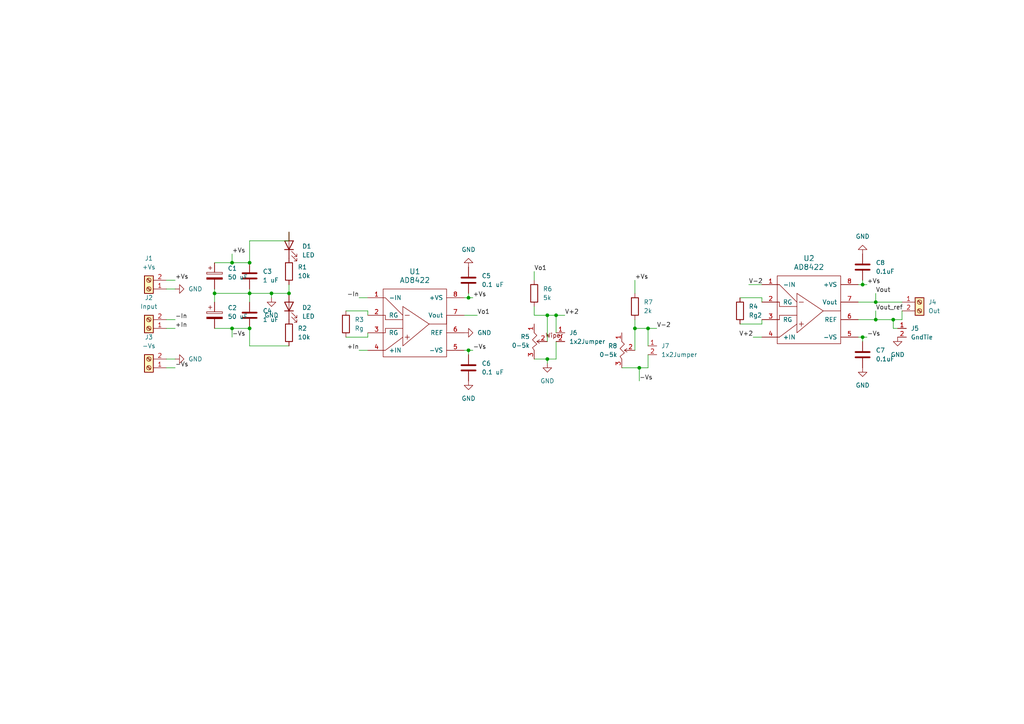
<source format=kicad_sch>
(kicad_sch (version 20230121) (generator eeschema)
  (paper "A4")
  (title_block (title "Instrumentation Gain/Offset Stage") (date "2024-07-19") (rev "1") (company "Schinder Labs"))
  (lib_symbols
    (symbol "0_amslib2_kc5:1x2Jumper" (pin_names (offset 1.016))
      (property "Reference" "J" (at 0 3.81 0))
      (property "Value" "1x2Jumper" (at 0 1.27 0))
      (symbol "1x2Jumper_1_1"
        (pin unspecified line (at -1.27 -2.54 90) (length 2.54) (name "~") (number "1"))
        (pin unspecified line (at 1.27 -2.54 90) (length 2.54) (name "~") (number "2"))
      )
    )
    (symbol "0_amslib2_kc5:AD8422" (pin_names (offset 1.016))
      (property "Reference" "U" (at -2.54 11.43 0))
      (property "Value" "AD8422" (at -2.54 6.35 0))
      (symbol "AD8422_0_1"
        (polyline (pts (xy -11.43 -7.62) (xy -6.35 -3.81)))
        (polyline (pts (xy -11.43 7.62) (xy -6.35 2.54)))
        (polyline (pts (xy -5.715 2.54) (xy -4.445 2.54)))
        (polyline (pts (xy -11.43 -2.54) (xy -11.43 -1.27) (xy -6.35 -1.27)))
        (polyline (pts (xy -11.43 2.54) (xy -11.43 1.27) (xy -6.35 1.27)))
        (polyline (pts (xy 1.27 0) (xy 6.35 0) (xy 6.35 2.54)))
        (polyline (pts (xy -6.35 5.08) (xy -6.35 -6.35) (xy 1.27 0) (xy -6.35 5.08)))
        (polyline (pts (xy -5.08 -3.175) (xy -5.08 -4.445) (xy -5.08 -3.81) (xy -5.715 -3.81) (xy -4.445 -3.81)))
        (rectangle (start 6.35 10.16) (end -12.065 -9.525))
      )
      (symbol "AD8422_1_1"
        (pin input line (at -16.51 7.62 0) (length 5.08) (name "-IN") (number "1"))
        (pin input line (at -16.51 2.54 0) (length 5.08) (name "RG") (number "2"))
        (pin input line (at -16.51 -2.54 0) (length 5.08) (name "RG") (number "3"))
        (pin input line (at -16.51 -7.62 0) (length 5.08) (name "+IN") (number "4"))
        (pin input line (at 11.43 -7.62 180) (length 5.08) (name "-VS") (number "5"))
        (pin input line (at 11.43 -2.54 180) (length 5.08) (name "REF") (number "6"))
        (pin input line (at 11.43 2.54 180) (length 5.08) (name "Vout") (number "7"))
        (pin input line (at 11.43 7.62 180) (length 5.08) (name "+VS") (number "8"))
      )
    )
    (symbol "0_amslib2_kc5:BourneTrimmerPot_TC33"
      (property "Reference" "R" (at -1.778 0.254 0))
      (symbol "BourneTrimmerPot_TC33_0_1"
        (polyline (pts (xy 0.762 0) (xy 1.524 -0.508)))
        (polyline (pts (xy 1.27 0) (xy 0.762 0) (xy 1.524 0.508)))
        (polyline (pts (xy 0 2.54) (xy 0.762 1.778) (xy -0.508 0.508) (xy 0.762 -0.762) (xy -0.508 -1.778) (xy 0 -2.54)))
      )
      (symbol "BourneTrimmerPot_TC33_1_1"
        (text "Wiper" (at 5.842 1.778 0) (effects (font (size 1.27 1.27))))
        (pin bidirectional line (at 0 5.08 270) (length 2.54) (name "") (number "1"))
        (pin bidirectional line (at 3.81 0 180) (length 2.54) (name "") (number "2"))
        (pin bidirectional line (at 0 -5.08 90) (length 2.54) (name "") (number "3"))
      )
    )
    (symbol "0_amslib2_kc5:Screw_Terminal_01x02" (pin_names (offset 1.016) hide)
      (property "Reference" "J" (at 0 2.54 0))
      (property "Value" "Screw_Terminal_01x02" (at 0 -5.08 0))
      (symbol "Screw_Terminal_01x02_1_1"
        (rectangle (start -1.27 1.27) (end 1.27 -3.81) (stroke (width 0.254)) (fill (type background)))
        (circle (center 0 -2.54) (radius 0.635) (stroke (width 0.1524)))
        (polyline (pts (xy -0.5334 -2.2098) (xy 0.3302 -3.048)) (stroke (width 0.1524)))
        (polyline (pts (xy -0.5334 0.3302) (xy 0.3302 -0.508)) (stroke (width 0.1524)))
        (polyline (pts (xy -0.3556 -2.032) (xy 0.508 -2.8702)) (stroke (width 0.1524)))
        (polyline (pts (xy -0.3556 0.508) (xy 0.508 -0.3302)) (stroke (width 0.1524)))
        (circle (center 0 0) (radius 0.635) (stroke (width 0.1524)))
        (pin passive line (at -5.08 0 0) (length 3.81) (name "Pin_1") (number "1"))
        (pin passive line (at -5.08 -2.54 0) (length 3.81) (name "Pin_2") (number "2"))
      )
    )
    (symbol "BourneTrimmerPot_TC33_1"
      (property "Reference" "R" (at -1.778 0.254 0))
      (symbol "BourneTrimmerPot_TC33_1_0_1"
        (polyline (pts (xy 0.762 0) (xy 1.524 -0.508)))
        (polyline (pts (xy 1.27 0) (xy 0.762 0) (xy 1.524 0.508)))
        (polyline (pts (xy 0 2.54) (xy 0.762 1.778) (xy -0.508 0.508) (xy 0.762 -0.762) (xy -0.508 -1.778) (xy 0 -2.54)))
      )
      (symbol "BourneTrimmerPot_TC33_1_1_1"
        (pin bidirectional line (at 0 5.08 270) (length 2.54) (name "") (number "1"))
        (pin bidirectional line (at 3.81 0 180) (length 2.54) (name "") (number "2"))
        (pin bidirectional line (at 0 -5.08 90) (length 2.54) (name "") (number "3"))
      )
    )
    (symbol "Device:C" (pin_numbers hide) (pin_names (offset 0.254))
      (property "Reference" "C" (at 0.635 2.54 0))
      (property "Value" "C" (at 0.635 -2.54 0))
      (symbol "C_0_1"
        (polyline (pts (xy -2.032 -0.762) (xy 2.032 -0.762)) (stroke (width 0.508)))
        (polyline (pts (xy -2.032 0.762) (xy 2.032 0.762)) (stroke (width 0.508)))
      )
      (symbol "C_1_1"
        (pin passive line (at 0 3.81 270) (length 2.794) (name "~") (number "1"))
        (pin passive line (at 0 -3.81 90) (length 2.794) (name "~") (number "2"))
      )
    )
    (symbol "Device:C_Polarized" (pin_numbers hide) (pin_names (offset 0.254))
      (property "Reference" "C" (at 0.635 2.54 0))
      (property "Value" "C_Polarized" (at 0.635 -2.54 0))
      (symbol "C_Polarized_0_1"
        (rectangle (start -2.286 0.508) (end 2.286 1.016))
        (polyline (pts (xy -1.778 2.286) (xy -0.762 2.286)))
        (polyline (pts (xy -1.27 2.794) (xy -1.27 1.778)))
        (rectangle (start 2.286 -0.508) (end -2.286 -1.016) (fill (type outline)))
      )
      (symbol "C_Polarized_1_1"
        (pin passive line (at 0 3.81 270) (length 2.794) (name "~") (number "1"))
        (pin passive line (at 0 -3.81 90) (length 2.794) (name "~") (number "2"))
      )
    )
    (symbol "Device:LED" (pin_numbers hide) (pin_names (offset 1.016) hide)
      (property "Reference" "D" (at 0 2.54 0))
      (property "Value" "LED" (at 0 -2.54 0))
      (symbol "LED_0_1"
        (polyline (pts (xy -1.27 -1.27) (xy -1.27 1.27)) (stroke (width 0.254)))
        (polyline (pts (xy -1.27 0) (xy 1.27 0)))
        (polyline (pts (xy 1.27 -1.27) (xy 1.27 1.27) (xy -1.27 0) (xy 1.27 -1.27)) (stroke (width 0.254)))
        (polyline (pts (xy -3.048 -0.762) (xy -4.572 -2.286) (xy -3.81 -2.286) (xy -4.572 -2.286) (xy -4.572 -1.524)))
        (polyline (pts (xy -1.778 -0.762) (xy -3.302 -2.286) (xy -2.54 -2.286) (xy -3.302 -2.286) (xy -3.302 -1.524)))
      )
      (symbol "LED_1_1"
        (pin passive line (at -3.81 0 0) (length 2.54) (name "K") (number "1"))
        (pin passive line (at 3.81 0 180) (length 2.54) (name "A") (number "2"))
      )
    )
    (symbol "Device:R" (pin_numbers hide) (pin_names (offset 0))
      (property "Reference" "R" (at 2.032 0 90))
      (property "Value" "R" (at 0 0 90))
      (symbol "R_0_1"
        (rectangle (start -1.016 -2.54) (end 1.016 2.54) (stroke (width 0.254)))
      )
      (symbol "R_1_1"
        (pin passive line (at 0 3.81 270) (length 1.27) (name "~") (number "1"))
        (pin passive line (at 0 -3.81 90) (length 1.27) (name "~") (number "2"))
      )
    )
    (symbol "power:GND" (power) (pin_names (offset 0))
      (property "Value" "GND" (at 0 -3.81 0))
      (symbol "GND_0_1"
        (polyline (pts (xy 0 0) (xy 0 -1.27) (xy 1.27 -1.27) (xy 0 -2.54) (xy -1.27 -1.27) (xy 0 -1.27)))
      )
      (symbol "GND_1_1"
        (pin power_in line (at 0 0 270) (length 0) hide (name "GND") (number "1"))
      )
    )
  )
  (junction (at 78.74 85.09))
  (junction (at 184.15 95.25))
  (junction (at 83.82 85.09))
  (junction (at 259.08 92.71))
  (junction (at 67.31 95.25))
  (junction (at 161.29 91.44))
  (junction (at 254 92.71))
  (junction (at 72.39 85.09))
  (junction (at 187.96 95.25))
  (junction (at 250.19 97.79))
  (junction (at 185.42 106.68))
  (junction (at 135.89 101.6))
  (junction (at 62.23 85.09))
  (junction (at 72.39 76.2))
  (junction (at 250.19 82.55))
  (junction (at 158.75 104.14))
  (junction (at 72.39 95.25))
  (junction (at 158.75 91.44))
  (junction (at 67.31 76.2))
  (junction (at 135.89 86.36))
  (junction (at 254 87.63))
  (wire (pts (xy 72.39 85.09) (xy 72.39 87.63)))
  (wire (pts (xy 62.23 85.09) (xy 72.39 85.09)))
  (wire (pts (xy 48.26 104.14) (xy 50.8 104.14)))
  (wire (pts (xy 154.94 78.74) (xy 154.94 81.28)))
  (wire (pts (xy 161.29 99.06) (xy 161.29 104.14)))
  (wire (pts (xy 254 90.17) (xy 254 92.71)))
  (wire (pts (xy 261.62 90.17) (xy 261.62 92.71)))
  (wire (pts (xy 104.14 86.36) (xy 106.68 86.36)))
  (wire (pts (xy 214.63 93.98) (xy 220.98 93.98)))
  (wire (pts (xy 218.44 97.79) (xy 220.98 97.79)))
  (wire (pts (xy 135.89 101.6) (xy 137.16 101.6)))
  (wire (pts (xy 48.26 106.68) (xy 50.8 106.68)))
  (wire (pts (xy 72.39 69.85) (xy 72.39 76.2)))
  (wire (pts (xy 220.98 92.71) (xy 220.98 93.98)))
  (wire (pts (xy 248.92 92.71) (xy 254 92.71)))
  (wire (pts (xy 158.75 91.44) (xy 161.29 91.44)))
  (wire (pts (xy 250.19 82.55) (xy 251.46 82.55)))
  (wire (pts (xy 106.68 90.17) (xy 106.68 91.44)))
  (wire (pts (xy 254 85.09) (xy 254 87.63)))
  (wire (pts (xy 67.31 73.66) (xy 67.31 76.2)))
  (wire (pts (xy 158.75 104.14) (xy 161.29 104.14)))
  (wire (pts (xy 158.75 104.14) (xy 158.75 105.41)))
  (wire (pts (xy 161.29 91.44) (xy 163.83 91.44)))
  (wire (pts (xy 72.39 83.82) (xy 72.39 85.09)))
  (wire (pts (xy 187.96 95.25) (xy 190.5 95.25)))
  (wire (pts (xy 259.08 92.71) (xy 259.08 95.25)))
  (wire (pts (xy 135.89 101.6) (xy 135.89 102.87)))
  (wire (pts (xy 48.26 83.82) (xy 50.8 83.82)))
  (wire (pts (xy 135.89 85.09) (xy 135.89 86.36)))
  (wire (pts (xy 78.74 85.09) (xy 78.74 86.36)))
  (wire (pts (xy 100.33 90.17) (xy 106.68 90.17)))
  (wire (pts (xy 48.26 92.71) (xy 50.8 92.71)))
  (wire (pts (xy 184.15 92.71) (xy 184.15 95.25)))
  (wire (pts (xy 161.29 91.44) (xy 161.29 96.52)))
  (wire (pts (xy 83.82 82.55) (xy 83.82 85.09)))
  (wire (pts (xy 158.75 91.44) (xy 158.75 99.06)))
  (wire (pts (xy 134.62 86.36) (xy 135.89 86.36)))
  (wire (pts (xy 187.96 95.25) (xy 187.96 100.33)))
  (wire (pts (xy 135.89 86.36) (xy 137.16 86.36)))
  (wire (pts (xy 67.31 76.2) (xy 72.39 76.2)))
  (wire (pts (xy 214.63 86.36) (xy 220.98 86.36)))
  (wire (pts (xy 72.39 95.25) (xy 72.39 100.33)))
  (wire (pts (xy 184.15 95.25) (xy 187.96 95.25)))
  (wire (pts (xy 259.08 95.25) (xy 260.35 95.25)))
  (wire (pts (xy 180.34 106.68) (xy 185.42 106.68)))
  (wire (pts (xy 106.68 96.52) (xy 106.68 97.79)))
  (wire (pts (xy 154.94 88.9) (xy 154.94 91.44)))
  (wire (pts (xy 83.82 67.31) (xy 83.82 69.85)))
  (wire (pts (xy 62.23 95.25) (xy 67.31 95.25)))
  (wire (pts (xy 72.39 85.09) (xy 78.74 85.09)))
  (wire (pts (xy 184.15 81.28) (xy 184.15 85.09)))
  (wire (pts (xy 100.33 97.79) (xy 106.68 97.79)))
  (wire (pts (xy 250.19 97.79) (xy 250.19 99.06)))
  (wire (pts (xy 248.92 82.55) (xy 250.19 82.55)))
  (wire (pts (xy 185.42 106.68) (xy 187.96 106.68)))
  (wire (pts (xy 187.96 102.87) (xy 187.96 106.68)))
  (wire (pts (xy 254 87.63) (xy 261.62 87.63)))
  (wire (pts (xy 134.62 101.6) (xy 135.89 101.6)))
  (wire (pts (xy 184.15 95.25) (xy 184.15 101.6)))
  (wire (pts (xy 78.74 85.09) (xy 83.82 85.09)))
  (wire (pts (xy 48.26 95.25) (xy 50.8 95.25)))
  (wire (pts (xy 104.14 101.6) (xy 106.68 101.6)))
  (wire (pts (xy 248.92 97.79) (xy 250.19 97.79)))
  (wire (pts (xy 220.98 86.36) (xy 220.98 87.63)))
  (wire (pts (xy 154.94 104.14) (xy 158.75 104.14)))
  (wire (pts (xy 250.19 81.28) (xy 250.19 82.55)))
  (wire (pts (xy 259.08 92.71) (xy 261.62 92.71)))
  (wire (pts (xy 217.17 82.55) (xy 220.98 82.55)))
  (wire (pts (xy 62.23 76.2) (xy 67.31 76.2)))
  (wire (pts (xy 134.62 91.44) (xy 138.43 91.44)))
  (wire (pts (xy 48.26 81.28) (xy 50.8 81.28)))
  (wire (pts (xy 248.92 87.63) (xy 254 87.63)))
  (wire (pts (xy 62.23 83.82) (xy 62.23 85.09)))
  (wire (pts (xy 67.31 95.25) (xy 72.39 95.25)))
  (wire (pts (xy 250.19 97.79) (xy 251.46 97.79)))
  (wire (pts (xy 154.94 91.44) (xy 158.75 91.44)))
  (wire (pts (xy 254 92.71) (xy 259.08 92.71)))
  (wire (pts (xy 83.82 69.85) (xy 72.39 69.85)))
  (wire (pts (xy 72.39 100.33) (xy 83.82 100.33)))
  (wire (pts (xy 185.42 106.68) (xy 185.42 110.49)))
  (wire (pts (xy 67.31 95.25) (xy 67.31 97.79)))
  (wire (pts (xy 62.23 85.09) (xy 62.23 87.63)))
  (label "-In" (at 50.8 92.71 0))
  (label "-Vs" (at 185.42 110.49 0))
  (label "-In" (at 104.14 86.36 180))
  (label "-Vs" (at 50.8 106.68 0))
  (label "Vout" (at 254 85.09 0))
  (label "V-2" (at 217.17 82.55 0))
  (label "+Vs" (at 50.8 81.28 0))
  (label "Vout_ref" (at 254 90.17 0))
  (label "Vo1" (at 154.94 78.74 0))
  (label "+Vs" (at 251.46 82.55 0))
  (label "+Vs" (at 137.16 86.36 0))
  (label "-Vs" (at 67.31 97.79 0))
  (label "V+2" (at 218.44 97.79 180))
  (label "-Vs" (at 137.16 101.6 0))
  (label "+Vs" (at 67.31 73.66 0))
  (label "+Vs" (at 184.15 81.28 0))
  (label "V-2" (at 190.5 95.25 0))
  (label "+In" (at 50.8 95.25 0))
  (label "V+2" (at 163.83 91.44 0))
  (label "+In" (at 104.14 101.6 180))
  (label "Vo1" (at 138.43 91.44 0))
  (label "-Vs" (at 251.46 97.79 0))
  (symbol (lib_id "0_amslib2_kc5:BourneTrimmerPot_TC33") (at 154.94 99.06 0) (unit 1)
    (property "Reference" "R5" (at 153.67 97.6602 0) (effects (justify right)))
    (property "Value" "0-5k" (at 153.67 100.2002 0) (effects (justify right)))
    (property "Footprint" "0_amslib2_kc5:PTV09A_Top" (effects hide))
  )
  (symbol (lib_id "power:GND") (at 50.8 83.82 90) (unit 1)
    (property "Reference" "#PWR05" (effects hide))
    (property "Value" "GND" (at 54.61 83.82 90) (effects (justify right)))
  )
  (symbol (lib_id "power:GND") (at 250.19 73.66 180) (unit 1)
    (property "Reference" "#PWR09" (effects hide))
    (property "Value" "GND" (at 250.19 68.58 0))
  )
  (symbol (lib_id "0_amslib2_kc5:1x2Jumper") (at 163.83 97.79 270) (unit 1)
    (property "Reference" "J6" (at 165.1 96.52 90) (effects (justify left)))
    (property "Value" "1x2Jumper" (at 165.1 99.06 90) (effects (justify left)))
    (property "Footprint" "0_amslib2_kc5:1x2Jumper" (effects hide))
  )
  (symbol (lib_id "Device:C") (at 135.89 81.28 0) (unit 1)
    (property "Reference" "C5" (at 139.7 80.01 0) (effects (justify left)))
    (property "Value" "0.1 uF" (at 139.7 82.55 0) (effects (justify left)))
    (property "Footprint" "0_amslib2_kc5:0805_handsolder_noref" (effects hide))
  )
  (symbol (lib_id "Device:R") (at 100.33 93.98 0) (unit 1)
    (property "Reference" "R3" (at 102.87 92.71 0) (effects (justify left)))
    (property "Value" "Rg" (at 102.87 95.25 0) (effects (justify left)))
    (property "Footprint" "0_amslib2_kc5:1206_handsolder_noref" (effects hide))
  )
  (symbol (lib_id "0_amslib2_kc5:Screw_Terminal_01x02") (at 43.18 83.82 180) (unit 1)
    (property "Reference" "J1" (at 43.18 74.93 0))
    (property "Value" "+Vs" (at 43.18 77.47 0))
    (property "Footprint" "0_amslib2_kc5:Phoenix_5mm_screwterminal" (effects hide))
  )
  (symbol (lib_id "0_amslib2_kc5:AD8422") (at 237.49 90.17 0) (unit 1)
    (property "Reference" "U2" (at 234.6325 74.93 0) (effects (font (size 1.524 1.524))))
    (property "Value" "AD8422" (at 234.6325 77.47 0) (effects (font (size 1.524 1.524))))
    (property "Footprint" "0_amslib2_kc5:AD8422_8SOIC" (effects hide))
  )
  (symbol (lib_id "power:GND") (at 135.89 77.47 180) (unit 1)
    (property "Reference" "#PWR06" (effects hide))
    (property "Value" "GND" (at 135.89 72.39 0))
  )
  (symbol (lib_id "power:GND") (at 158.75 105.41 0) (unit 1)
    (property "Reference" "#PWR010" (effects hide))
    (property "Value" "GND" (at 158.75 110.49 0))
  )
  (symbol (lib_name "BourneTrimmerPot_TC33_1") (lib_id "0_amslib2_kc5:BourneTrimmerPot_TC33") (at 180.34 101.6 0) (unit 1)
    (property "Reference" "R8" (at 179.07 100.33 0) (effects (justify right)))
    (property "Value" "0-5k" (at 179.07 102.87 0) (effects (justify right)))
    (property "Footprint" "0_amslib2_kc5:PTV09A_Top" (effects hide))
  )
  (symbol (lib_id "0_amslib2_kc5:1x2Jumper") (at 262.89 96.52 270) (unit 1)
    (property "Reference" "J5" (at 264.16 95.25 90) (effects (justify left)))
    (property "Value" "GndTie" (at 264.16 97.79 90) (effects (justify left)))
    (property "Footprint" "0_amslib2_kc5:1x2Jumper" (effects hide))
  )
  (symbol (lib_id "0_amslib2_kc5:1x2Jumper") (at 190.5 101.6 270) (unit 1)
    (property "Reference" "J7" (at 191.77 100.33 90) (effects (justify left)))
    (property "Value" "1x2Jumper" (at 191.77 102.87 90) (effects (justify left)))
    (property "Footprint" "0_amslib2_kc5:1x2Jumper" (effects hide))
  )
  (symbol (lib_id "power:GND") (at 135.89 110.49 0) (unit 1)
    (property "Reference" "#PWR07" (effects hide))
    (property "Value" "GND" (at 135.89 115.57 0))
  )
  (symbol (lib_id "Device:R") (at 83.82 96.52 0) (unit 1)
    (property "Reference" "R2" (at 86.36 95.25 0) (effects (justify left)))
    (property "Value" "10k" (at 86.36 97.79 0) (effects (justify left)))
    (property "Footprint" "0_amslib2_kc5:1206_handsolder_noref" (effects hide))
  )
  (symbol (lib_id "power:GND") (at 50.8 104.14 90) (unit 1)
    (property "Reference" "#PWR04" (effects hide))
    (property "Value" "GND" (at 54.61 104.14 90) (effects (justify right)))
  )
  (symbol (lib_id "0_amslib2_kc5:Screw_Terminal_01x02") (at 43.18 95.25 180) (unit 1)
    (property "Reference" "J2" (at 43.18 86.36 0))
    (property "Value" "Input" (at 43.18 88.9 0))
    (property "Footprint" "0_amslib2_kc5:Phoenix_5mm_screwterminal" (effects hide))
  )
  (symbol (lib_id "Device:R") (at 184.15 88.9 0) (unit 1)
    (property "Reference" "R7" (at 186.69 87.63 0) (effects (justify left)))
    (property "Value" "2k" (at 186.69 90.17 0) (effects (justify left)))
    (property "Footprint" "0_amslib2_kc5:1206_handsolder_noref" (effects hide))
  )
  (symbol (lib_id "0_amslib2_kc5:Screw_Terminal_01x02") (at 266.7 87.63 0) (unit 1)
    (property "Reference" "J4" (at 269.24 87.63 0) (effects (justify left)))
    (property "Value" "Out" (at 269.24 90.17 0) (effects (justify left)))
    (property "Footprint" "0_amslib2_kc5:Phoenix_5mm_screwterminal" (effects hide))
  )
  (symbol (lib_id "Device:R") (at 154.94 85.09 0) (unit 1)
    (property "Reference" "R6" (at 157.48 83.82 0) (effects (justify left)))
    (property "Value" "5k" (at 157.48 86.36 0) (effects (justify left)))
    (property "Footprint" "0_amslib2_kc5:1206_handsolder_noref" (effects hide))
  )
  (symbol (lib_id "Device:C") (at 250.19 77.47 0) (unit 1)
    (property "Reference" "C8" (at 254 76.2 0) (effects (justify left)))
    (property "Value" "0.1uF" (at 254 78.74 0) (effects (justify left)))
    (property "Footprint" "0_amslib2_kc5:0805_handsolder_noref" (effects hide))
  )
  (symbol (lib_id "Device:C") (at 72.39 91.44 0) (unit 1)
    (property "Reference" "C4" (at 76.2 90.17 0) (effects (justify left)))
    (property "Value" "1 uF" (at 76.2 92.71 0) (effects (justify left)))
    (property "Footprint" "0_amslib2_kc5:495-2470-1-ND_1uFFilm" (effects hide))
  )
  (symbol (lib_id "power:GND") (at 260.35 97.79 0) (unit 1)
    (property "Reference" "#PWR01" (effects hide))
    (property "Value" "GND" (at 260.35 102.87 0))
  )
  (symbol (lib_id "Device:C_Polarized") (at 62.23 91.44 0) (unit 1)
    (property "Reference" "C2" (at 66.04 89.281 0) (effects (justify left)))
    (property "Value" "50 uF" (at 66.04 91.821 0) (effects (justify left)))
    (property "Footprint" "Capacitor_THT:CP_Radial_D8.0mm_P3.50mm" (effects hide))
  )
  (symbol (lib_id "0_amslib2_kc5:Screw_Terminal_01x02") (at 43.18 106.68 180) (unit 1)
    (property "Reference" "J3" (at 43.18 97.79 0))
    (property "Value" "-Vs" (at 43.18 100.33 0))
    (property "Footprint" "0_amslib2_kc5:Phoenix_5mm_screwterminal" (effects hide))
  )
  (symbol (lib_id "Device:R") (at 83.82 78.74 0) (unit 1)
    (property "Reference" "R1" (at 86.36 77.47 0) (effects (justify left)))
    (property "Value" "10k" (at 86.36 80.01 0) (effects (justify left)))
    (property "Footprint" "0_amslib2_kc5:1206_handsolder_noref" (effects hide))
  )
  (symbol (lib_id "Device:LED") (at 83.82 88.9 90) (unit 1)
    (property "Reference" "D2" (at 87.63 89.2175 90) (effects (justify right)))
    (property "Value" "LED" (at 87.63 91.7575 90) (effects (justify right)))
    (property "Footprint" "0_amslib2_kc5:1206_handsolder_noref" (effects hide))
  )
  (symbol (lib_id "Device:C") (at 250.19 102.87 0) (unit 1)
    (property "Reference" "C7" (at 254 101.6 0) (effects (justify left)))
    (property "Value" "0.1uF" (at 254 104.14 0) (effects (justify left)))
    (property "Footprint" "0_amslib2_kc5:0805_handsolder_noref" (effects hide))
  )
  (symbol (lib_id "Device:LED") (at 83.82 71.12 90) (unit 1)
    (property "Reference" "D1" (at 87.63 71.4375 90) (effects (justify right)))
    (property "Value" "LED" (at 87.63 73.9775 90) (effects (justify right)))
    (property "Footprint" "0_amslib2_kc5:1206_handsolder_noref" (effects hide))
  )
  (symbol (lib_id "power:GND") (at 78.74 86.36 0) (unit 1)
    (property "Reference" "#PWR03" (effects hide))
    (property "Value" "GND" (at 78.74 91.44 0))
  )
  (symbol (lib_id "0_amslib2_kc5:AD8422") (at 123.19 93.98 0) (unit 1)
    (property "Reference" "U1" (at 120.3325 78.74 0) (effects (font (size 1.524 1.524))))
    (property "Value" "AD8422" (at 120.3325 81.28 0) (effects (font (size 1.524 1.524))))
    (property "Footprint" "0_amslib2_kc5:AD8422_8SOIC" (effects hide))
  )
  (symbol (lib_id "Device:C") (at 135.89 106.68 0) (unit 1)
    (property "Reference" "C6" (at 139.7 105.41 0) (effects (justify left)))
    (property "Value" "0.1 uF" (at 139.7 107.95 0) (effects (justify left)))
    (property "Footprint" "0_amslib2_kc5:0805_handsolder_noref" (effects hide))
  )
  (symbol (lib_id "Device:C") (at 72.39 80.01 0) (unit 1)
    (property "Reference" "C3" (at 76.2 78.74 0) (effects (justify left)))
    (property "Value" "1 uF" (at 76.2 81.28 0) (effects (justify left)))
    (property "Footprint" "0_amslib2_kc5:495-2470-1-ND_1uFFilm" (effects hide))
  )
  (symbol (lib_id "Device:C_Polarized") (at 62.23 80.01 0) (unit 1)
    (property "Reference" "C1" (at 66.04 77.851 0) (effects (justify left)))
    (property "Value" "50 uF" (at 66.04 80.391 0) (effects (justify left)))
    (property "Footprint" "Capacitor_THT:CP_Radial_D8.0mm_P3.50mm" (effects hide))
  )
  (symbol (lib_id "power:GND") (at 134.62 96.52 90) (unit 1)
    (property "Reference" "#PWR02" (effects hide))
    (property "Value" "GND" (at 138.43 96.52 90) (effects (justify right)))
  )
  (symbol (lib_id "Device:R") (at 214.63 90.17 0) (unit 1)
    (property "Reference" "R4" (at 217.17 88.9 0) (effects (justify left)))
    (property "Value" "Rg2" (at 217.17 91.44 0) (effects (justify left)))
    (property "Footprint" "0_amslib2_kc5:1206_handsolder_noref" (effects hide))
  )
  (symbol (lib_id "power:GND") (at 250.19 106.68 0) (unit 1)
    (property "Reference" "#PWR08" (effects hide))
    (property "Value" "GND" (at 250.19 111.76 0))
  )
)
</source>
